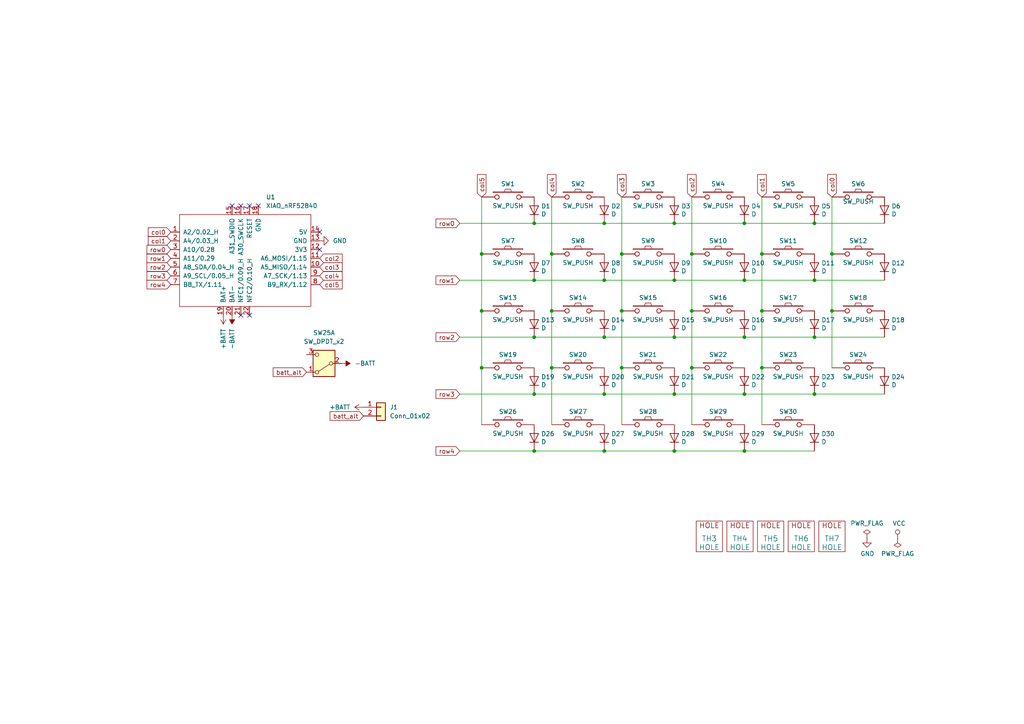
<source format=kicad_sch>
(kicad_sch (version 20230121) (generator eeschema)
  (paper "A4")
  (lib_symbols
    (symbol "Connector_Generic:Conn_01x02" (pin_names (offset 1.016) hide)
      (property "Reference" "J" (at 0 2.54 0))
      (property "Value" "Conn_01x02" (at 0 -5.08 0))
      (symbol "Conn_01x02_1_1"
        (rectangle (start -1.27 -2.413) (end 0 -2.667) (stroke (width 0.1524)))
        (rectangle (start -1.27 0.127) (end 0 -0.127) (stroke (width 0.1524)))
        (rectangle (start -1.27 1.27) (end 1.27 -3.81) (stroke (width 0.254)) (fill (type background)))
        (pin passive line (at -5.08 0 0) (length 3.81) (name "Pin_1") (number "1"))
        (pin passive line (at -5.08 -2.54 0) (length 3.81) (name "Pin_2") (number "2"))
      )
    )
    (symbol "SofleKeyboard-rescue:D-Lily58-cache-Lily58_Pro-rescue" (pin_numbers hide) (pin_names (offset 1.016) hide)
      (property "Reference" "D" (at 0 2.54 0))
      (property "Value" "D-Lily58-cache-Lily58_Pro-rescue" (at 0 -2.54 0))
      (symbol "D-Lily58-cache-Lily58_Pro-rescue_0_1"
        (polyline (pts (xy -1.27 1.27) (xy -1.27 -1.27)) (stroke (width 0.2032)))
        (polyline (pts (xy 1.27 0) (xy -1.27 0)))
        (polyline (pts (xy 1.27 1.27) (xy 1.27 -1.27) (xy -1.27 0) (xy 1.27 1.27)) (stroke (width 0.2032)))
      )
      (symbol "D-Lily58-cache-Lily58_Pro-rescue_1_1"
        (pin passive line (at -3.81 0 0) (length 2.54) (name "K") (number "1"))
        (pin passive line (at 3.81 0 180) (length 2.54) (name "A") (number "2"))
      )
    )
    (symbol "SofleKeyboard-rescue:GND-Lily58-cache-Lily58_Pro-rescue" (power) (pin_names (offset 0))
      (property "Value" "GND-Lily58-cache-Lily58_Pro-rescue" (at 0 -3.81 0))
      (symbol "GND-Lily58-cache-Lily58_Pro-rescue_1_1"
        (polyline (pts (xy 0 0) (xy 0 -1.27) (xy 1.27 -1.27) (xy 0 -2.54) (xy -1.27 -1.27) (xy 0 -1.27)))
        (pin power_in line (at 0 0 0) (length 0) hide (name "GND") (number "1"))
      )
    )
    (symbol "SofleKeyboard-rescue:HOLE-Lily58-cache-Lily58_Pro-rescue" (pin_names (offset 1.016))
      (property "Reference" "U" (at 0 0 0))
      (property "Value" "HOLE-Lily58-cache-Lily58_Pro-rescue" (at 0 -5.08 0))
      (symbol "HOLE-Lily58-cache-Lily58_Pro-rescue_0_0"
        (text "HOLE" (at 0 3.81 0) (effects (font (size 1.524 1.524))))
      )
      (symbol "HOLE-Lily58-cache-Lily58_Pro-rescue_0_1"
        (rectangle (start 3.81 5.08) (end -3.81 -3.81))
      )
    )
    (symbol "SofleKeyboard-rescue:PWR_FLAG-Lily58-cache-Lily58_Pro-rescue" (power) (pin_numbers hide) (pin_names (offset 0) hide)
      (property "Value" "PWR_FLAG-Lily58-cache-Lily58_Pro-rescue" (at 0 3.81 0))
      (symbol "PWR_FLAG-Lily58-cache-Lily58_Pro-rescue_0_0"
        (pin power_out line (at 0 0 90) (length 0) (name "pwr") (number "1"))
      )
      (symbol "PWR_FLAG-Lily58-cache-Lily58_Pro-rescue_0_1"
        (polyline (pts (xy 0 0) (xy 0 1.27) (xy -1.016 1.905) (xy 0 2.54) (xy 1.016 1.905) (xy 0 1.27)))
      )
    )
    (symbol "SofleKeyboard-rescue:SW_PUSH-Lily58-cache-Lily58_Pro-rescue" (pin_numbers hide) (pin_names (offset 1.016) hide)
      (property "Reference" "SW" (at 3.81 2.794 0))
      (property "Value" "SW_PUSH-Lily58-cache-Lily58_Pro-rescue" (at 0 -2.032 0))
      (symbol "SW_PUSH-Lily58-cache-Lily58_Pro-rescue_0_1"
        (rectangle (start -4.318 1.27) (end 4.318 1.524))
        (polyline (pts (xy -1.016 1.524) (xy -0.762 2.286) (xy 0.762 2.286) (xy 1.016 1.524)))
        (pin passive inverted (at -7.62 0 0) (length 5.08) (name "1") (number "1"))
        (pin passive inverted (at 7.62 0 180) (length 5.08) (name "2") (number "2"))
      )
    )
    (symbol "SofleKeyboard-rescue:VCC-Lily58-cache-Lily58_Pro-rescue" (power) (pin_names (offset 0))
      (property "Value" "VCC-Lily58-cache-Lily58_Pro-rescue" (at 0 3.81 0))
      (symbol "VCC-Lily58-cache-Lily58_Pro-rescue_0_1"
        (polyline (pts (xy 0 0) (xy 0 1.27)))
        (circle (center 0 1.905) (radius 0.635))
      )
      (symbol "VCC-Lily58-cache-Lily58_Pro-rescue_1_1"
        (pin power_in line (at 0 0 90) (length 0) hide (name "VCC") (number "1"))
      )
    )
    (symbol "Switch:SW_DPDT_x2" (pin_names (offset 0) hide)
      (property "Reference" "SW" (at 0 5.08 0))
      (property "Value" "SW_DPDT_x2" (at 0 -5.08 0))
      (symbol "SW_DPDT_x2_0_0"
        (circle (center -2.032 0) (radius 0.508))
        (circle (center 2.032 -2.54) (radius 0.508))
      )
      (symbol "SW_DPDT_x2_0_1"
        (rectangle (start -3.175 3.81) (end 3.175 -3.81) (stroke (width 0.254)) (fill (type background)))
        (polyline (pts (xy -1.524 0.254) (xy 1.5748 2.286)))
        (circle (center 2.032 2.54) (radius 0.508))
      )
      (symbol "SW_DPDT_x2_1_1"
        (pin passive line (at 5.08 2.54 180) (length 2.54) (name "A") (number "1"))
        (pin passive line (at -5.08 0 0) (length 2.54) (name "B") (number "2"))
        (pin passive line (at 5.08 -2.54 180) (length 2.54) (name "C") (number "3"))
      )
      (symbol "SW_DPDT_x2_2_1"
        (pin passive line (at 5.08 2.54 180) (length 2.54) (name "A") (number "4"))
        (pin passive line (at -5.08 0 0) (length 2.54) (name "B") (number "5"))
        (pin passive line (at 5.08 -2.54 180) (length 2.54) (name "C") (number "6"))
      )
    )
    (symbol "custom:XIAO_nRF52840" (pin_names (offset 1.016))
      (property "Reference" "U" (at 19.05 13.97 0))
      (property "Value" "XIAO_nRF52840" (at 19.05 -15.24 0))
      (symbol "XIAO_nRF52840_0_1"
        (rectangle (start -19.05 12.7) (end 19.05 -13.97))
      )
      (symbol "XIAO_nRF52840_1_1"
        (pin bidirectional line (at -21.59 7.62 0) (length 2.54) (name "A2/0.02_H") (number "1"))
        (pin bidirectional line (at 21.59 -2.54 180) (length 2.54) (name "A5_MISO/1.14") (number "10"))
        (pin bidirectional line (at 21.59 0 180) (length 2.54) (name "A6_MOSI/1.15") (number "11"))
        (pin power_out line (at 21.59 2.54 180) (length 2.54) (name "3V3") (number "12"))
        (pin power_out line (at 21.59 5.08 180) (length 2.54) (name "GND") (number "13"))
        (pin power_out line (at 21.59 7.62 180) (length 2.54) (name "5V") (number "14"))
        (pin input line (at -3.81 15.24 270) (length 2.54) (name "A31_SWDIO") (number "15"))
        (pin input line (at -1.27 15.24 270) (length 2.54) (name "A30_SWCLK") (number "16"))
        (pin input line (at 1.27 15.24 270) (length 2.54) (name "RESET") (number "17"))
        (pin power_out line (at 3.81 15.24 270) (length 2.54) (name "GND") (number "18"))
        (pin power_in line (at -6.35 -16.51 90) (length 2.54) (name "BAT+") (number "19"))
        (pin bidirectional line (at -21.59 5.08 0) (length 2.54) (name "A4/0.03_H") (number "2"))
        (pin power_in line (at -3.81 -16.51 90) (length 2.54) (name "BAT-") (number "20"))
        (pin bidirectional line (at -1.27 -16.51 90) (length 2.54) (name "NFC1/0.09_H") (number "21"))
        (pin bidirectional line (at 1.27 -16.51 90) (length 2.54) (name "NFC2/0.10_H") (number "22"))
        (pin bidirectional line (at -21.59 2.54 0) (length 2.54) (name "A10/0.28") (number "3"))
        (pin bidirectional line (at -21.59 0 0) (length 2.54) (name "A11/0.29") (number "4"))
        (pin bidirectional line (at -21.59 -2.54 0) (length 2.54) (name "A8_SDA/0.04_H") (number "5"))
        (pin bidirectional line (at -21.59 -5.08 0) (length 2.54) (name "A9_SCL/0.05_H") (number "6"))
        (pin bidirectional line (at -21.59 -7.62 0) (length 2.54) (name "B8_TX/1.11") (number "7"))
        (pin bidirectional line (at 21.59 -7.62 180) (length 2.54) (name "B9_RX/1.12") (number "8"))
        (pin bidirectional line (at 21.59 -5.08 180) (length 2.54) (name "A7_SCK/1.13") (number "9"))
      )
    )
    (symbol "power:+BATT" (power) (pin_names (offset 0))
      (property "Value" "+BATT" (at 0 3.556 0))
      (symbol "+BATT_0_1"
        (polyline (pts (xy -0.762 1.27) (xy 0 2.54)))
        (polyline (pts (xy 0 0) (xy 0 2.54)))
        (polyline (pts (xy 0 2.54) (xy 0.762 1.27)))
      )
      (symbol "+BATT_1_1"
        (pin power_in line (at 0 0 90) (length 0) hide (name "+BATT") (number "1"))
      )
    )
    (symbol "power:-BATT" (power) (pin_names (offset 0))
      (property "Value" "-BATT" (at 0 3.556 0))
      (symbol "-BATT_0_1"
        (polyline (pts (xy 0 0) (xy 0 2.54)))
        (polyline (pts (xy 0.762 1.27) (xy -0.762 1.27) (xy 0 2.54) (xy 0.762 1.27)) (fill (type outline)))
      )
      (symbol "-BATT_1_1"
        (pin power_in line (at 0 0 90) (length 0) hide (name "-BATT") (number "1"))
      )
    )
    (symbol "power:GND" (power) (pin_names (offset 0))
      (property "Value" "GND" (at 0 -3.81 0))
      (symbol "GND_0_1"
        (polyline (pts (xy 0 0) (xy 0 -1.27) (xy 1.27 -1.27) (xy 0 -2.54) (xy -1.27 -1.27) (xy 0 -1.27)))
      )
      (symbol "GND_1_1"
        (pin power_in line (at 0 0 270) (length 0) hide (name "GND") (number "1"))
      )
    )
  )
  (junction (at 241.3 73.66))
  (junction (at 215.9 81.28))
  (junction (at 180.34 106.68))
  (junction (at 154.94 64.77))
  (junction (at 236.22 64.77))
  (junction (at 241.3 90.17))
  (junction (at 195.58 81.28))
  (junction (at 236.22 81.28))
  (junction (at 215.9 130.81))
  (junction (at 154.94 114.3))
  (junction (at 175.26 64.77))
  (junction (at 139.7 90.17))
  (junction (at 236.22 114.3))
  (junction (at 180.34 73.66))
  (junction (at 154.94 97.79))
  (junction (at 139.7 73.66))
  (junction (at 154.94 81.28))
  (junction (at 139.7 106.68))
  (junction (at 175.26 130.81))
  (junction (at 215.9 64.77))
  (junction (at 220.98 106.68))
  (junction (at 154.94 130.81))
  (junction (at 160.02 73.66))
  (junction (at 200.66 73.66))
  (junction (at 236.22 97.79))
  (junction (at 175.26 81.28))
  (junction (at 195.58 64.77))
  (junction (at 195.58 97.79))
  (junction (at 195.58 130.81))
  (junction (at 200.66 90.17))
  (junction (at 175.26 97.79))
  (junction (at 200.66 106.68))
  (junction (at 175.26 114.3))
  (junction (at 215.9 97.79))
  (junction (at 220.98 73.66))
  (junction (at 160.02 106.68))
  (junction (at 195.58 114.3))
  (junction (at 215.9 114.3))
  (junction (at 180.34 90.17))
  (junction (at 160.02 90.17))
  (junction (at 220.98 90.17))
  (no_connect (at 74.93 59.69))
  (no_connect (at 69.85 91.44))
  (no_connect (at 69.85 59.69))
  (no_connect (at 92.71 67.31))
  (no_connect (at 92.71 72.39))
  (no_connect (at 72.39 91.44))
  (no_connect (at 72.39 59.69))
  (no_connect (at 67.31 59.69))
  (wire (pts (xy 175.26 97.79) (xy 154.94 97.79)))
  (wire (pts (xy 215.9 114.3) (xy 236.22 114.3)))
  (wire (pts (xy 154.94 64.77) (xy 133.35 64.77)))
  (wire (pts (xy 241.3 73.66) (xy 241.3 57.15)))
  (wire (pts (xy 195.58 130.81) (xy 215.9 130.81)))
  (wire (pts (xy 175.26 81.28) (xy 195.58 81.28)))
  (wire (pts (xy 175.26 81.28) (xy 154.94 81.28)))
  (wire (pts (xy 215.9 97.79) (xy 236.22 97.79)))
  (wire (pts (xy 160.02 73.66) (xy 160.02 90.17)))
  (wire (pts (xy 175.26 114.3) (xy 154.94 114.3)))
  (wire (pts (xy 160.02 57.15) (xy 160.02 73.66)))
  (wire (pts (xy 160.02 106.68) (xy 160.02 123.19)))
  (wire (pts (xy 195.58 114.3) (xy 215.9 114.3)))
  (wire (pts (xy 220.98 106.68) (xy 220.98 90.17)))
  (wire (pts (xy 154.94 130.81) (xy 175.26 130.81)))
  (wire (pts (xy 200.66 90.17) (xy 200.66 106.68)))
  (wire (pts (xy 175.26 97.79) (xy 195.58 97.79)))
  (wire (pts (xy 139.7 90.17) (xy 139.7 106.68)))
  (wire (pts (xy 236.22 81.28) (xy 256.54 81.28)))
  (wire (pts (xy 215.9 81.28) (xy 236.22 81.28)))
  (wire (pts (xy 236.22 64.77) (xy 256.54 64.77)))
  (wire (pts (xy 139.7 57.15) (xy 139.7 73.66)))
  (wire (pts (xy 200.66 73.66) (xy 200.66 90.17)))
  (wire (pts (xy 195.58 64.77) (xy 215.9 64.77)))
  (wire (pts (xy 154.94 114.3) (xy 133.35 114.3)))
  (wire (pts (xy 220.98 106.68) (xy 220.98 123.19)))
  (wire (pts (xy 241.3 90.17) (xy 241.3 106.68)))
  (wire (pts (xy 175.26 64.77) (xy 154.94 64.77)))
  (wire (pts (xy 175.26 64.77) (xy 195.58 64.77)))
  (wire (pts (xy 180.34 57.15) (xy 180.34 73.66)))
  (wire (pts (xy 180.34 90.17) (xy 180.34 106.68)))
  (wire (pts (xy 180.34 73.66) (xy 180.34 90.17)))
  (wire (pts (xy 154.94 97.79) (xy 133.35 97.79)))
  (wire (pts (xy 236.22 114.3) (xy 256.54 114.3)))
  (wire (pts (xy 241.3 90.17) (xy 241.3 73.66)))
  (wire (pts (xy 154.94 81.28) (xy 133.35 81.28)))
  (wire (pts (xy 139.7 73.66) (xy 139.7 90.17)))
  (wire (pts (xy 236.22 64.77) (xy 215.9 64.77)))
  (wire (pts (xy 236.22 97.79) (xy 256.54 97.79)))
  (wire (pts (xy 220.98 57.15) (xy 220.98 73.66)))
  (wire (pts (xy 139.7 106.68) (xy 139.7 123.19)))
  (wire (pts (xy 195.58 81.28) (xy 215.9 81.28)))
  (wire (pts (xy 180.34 106.68) (xy 180.34 123.19)))
  (wire (pts (xy 175.26 114.3) (xy 195.58 114.3)))
  (wire (pts (xy 200.66 57.15) (xy 200.66 73.66)))
  (wire (pts (xy 215.9 130.81) (xy 236.22 130.81)))
  (wire (pts (xy 195.58 97.79) (xy 215.9 97.79)))
  (wire (pts (xy 133.35 130.81) (xy 154.94 130.81)))
  (wire (pts (xy 220.98 73.66) (xy 220.98 90.17)))
  (wire (pts (xy 160.02 90.17) (xy 160.02 106.68)))
  (wire (pts (xy 200.66 106.68) (xy 200.66 123.19)))
  (wire (pts (xy 175.26 130.81) (xy 195.58 130.81)))
  (global_label "row1" (shape input) (at 49.53 74.93 180) (property "Intersheetrefs" "${INTERSHEET_REFS}" (effects hide)))
  (global_label "row0" (shape input) (at 133.35 64.77 180) (property "Intersheetrefs" "${INTERSHEET_REFS}" (effects hide)))
  (global_label "row4" (shape input) (at 49.53 82.55 180) (property "Intersheetrefs" "${INTERSHEET_REFS}" (effects hide)))
  (global_label "col1" (shape input) (at 49.53 69.85 180) (property "Intersheetrefs" "${INTERSHEET_REFS}" (effects hide)))
  (global_label "row2" (shape input) (at 49.53 77.47 180) (property "Intersheetrefs" "${INTERSHEET_REFS}" (effects hide)))
  (global_label "col5" (shape input) (at 92.71 82.55 0) (property "Intersheetrefs" "${INTERSHEET_REFS}" (effects hide)))
  (global_label "col5" (shape input) (at 139.7 57.15 90) (property "Intersheetrefs" "${INTERSHEET_REFS}" (effects hide)))
  (global_label "row2" (shape input) (at 133.35 97.79 180) (property "Intersheetrefs" "${INTERSHEET_REFS}" (effects hide)))
  (global_label "batt_alt" (shape input) (at 105.41 120.65 180) (property "Intersheetrefs" "${INTERSHEET_REFS}" (effects hide)))
  (global_label "row3" (shape input) (at 49.53 80.01 180) (property "Intersheetrefs" "${INTERSHEET_REFS}" (effects hide)))
  (global_label "row4" (shape input) (at 133.35 130.81 180) (property "Intersheetrefs" "${INTERSHEET_REFS}" (effects hide)))
  (global_label "col4" (shape input) (at 92.71 80.01 0) (property "Intersheetrefs" "${INTERSHEET_REFS}" (effects hide)))
  (global_label "col4" (shape input) (at 160.02 57.15 90) (property "Intersheetrefs" "${INTERSHEET_REFS}" (effects hide)))
  (global_label "col0" (shape input) (at 241.3 57.15 90) (property "Intersheetrefs" "${INTERSHEET_REFS}" (effects hide)))
  (global_label "row0" (shape input) (at 49.53 72.39 180) (property "Intersheetrefs" "${INTERSHEET_REFS}" (effects hide)))
  (global_label "col0" (shape input) (at 49.53 67.31 180) (property "Intersheetrefs" "${INTERSHEET_REFS}" (effects hide)))
  (global_label "row1" (shape input) (at 133.35 81.28 180) (property "Intersheetrefs" "${INTERSHEET_REFS}" (effects hide)))
  (global_label "col1" (shape input) (at 220.98 57.15 90) (property "Intersheetrefs" "${INTERSHEET_REFS}" (effects hide)))
  (global_label "col2" (shape input) (at 200.66 57.15 90) (property "Intersheetrefs" "${INTERSHEET_REFS}" (effects hide)))
  (global_label "batt_alt" (shape input) (at 88.9 107.95 180) (property "Intersheetrefs" "${INTERSHEET_REFS}" (effects hide)))
  (global_label "col3" (shape input) (at 92.71 77.47 0) (property "Intersheetrefs" "${INTERSHEET_REFS}" (effects hide)))
  (global_label "col3" (shape input) (at 180.34 57.15 90) (property "Intersheetrefs" "${INTERSHEET_REFS}" (effects hide)))
  (global_label "row3" (shape input) (at 133.35 114.3 180) (property "Intersheetrefs" "${INTERSHEET_REFS}" (effects hide)))
  (global_label "col2" (shape input) (at 92.71 74.93 0) (property "Intersheetrefs" "${INTERSHEET_REFS}" (effects hide)))
  (symbol (lib_id "SofleKeyboard-rescue:SW_PUSH-Lily58-cache-Lily58_Pro-rescue") (at 147.32 123.19 0) (unit 1)
    (property "Reference" "SW26" (at 147.32 119.38 0))
    (property "Value" "SW_PUSH" (at 147.32 125.73 0))
    (property "Footprint" "SofleKeyboard-footprint:CherryMX_Hotswap_1.5" (effects hide))
  )
  (symbol (lib_id "SofleKeyboard-rescue:SW_PUSH-Lily58-cache-Lily58_Pro-rescue") (at 147.32 57.15 0) (unit 1)
    (property "Reference" "SW1" (at 147.32 53.34 0))
    (property "Value" "SW_PUSH" (at 147.32 59.69 0))
    (property "Footprint" "SofleKeyboard-footprint:CherryMX_Hotswap" (effects hide))
  )
  (symbol (lib_id "SofleKeyboard-rescue:D-Lily58-cache-Lily58_Pro-rescue") (at 154.94 60.96 90) (unit 1)
    (property "Reference" "D1" (at 156.9466 59.7916 90) (effects (justify right)))
    (property "Value" "D" (at 156.9466 62.103 90) (effects (justify right)))
    (property "Footprint" "custom:D_SOD-123_flip" (effects hide))
  )
  (symbol (lib_id "SofleKeyboard-rescue:SW_PUSH-Lily58-cache-Lily58_Pro-rescue") (at 167.64 57.15 0) (unit 1)
    (property "Reference" "SW2" (at 167.64 53.34 0))
    (property "Value" "SW_PUSH" (at 167.64 59.69 0))
    (property "Footprint" "SofleKeyboard-footprint:CherryMX_Hotswap" (effects hide))
  )
  (symbol (lib_id "SofleKeyboard-rescue:D-Lily58-cache-Lily58_Pro-rescue") (at 175.26 60.96 90) (unit 1)
    (property "Reference" "D2" (at 177.2666 59.7916 90) (effects (justify right)))
    (property "Value" "D" (at 177.2666 62.103 90) (effects (justify right)))
    (property "Footprint" "custom:D_SOD-123_flip" (effects hide))
  )
  (symbol (lib_id "SofleKeyboard-rescue:SW_PUSH-Lily58-cache-Lily58_Pro-rescue") (at 187.96 57.15 0) (unit 1)
    (property "Reference" "SW3" (at 187.96 53.34 0))
    (property "Value" "SW_PUSH" (at 187.96 59.69 0))
    (property "Footprint" "SofleKeyboard-footprint:CherryMX_Hotswap" (effects hide))
  )
  (symbol (lib_id "SofleKeyboard-rescue:D-Lily58-cache-Lily58_Pro-rescue") (at 195.58 60.96 90) (unit 1)
    (property "Reference" "D3" (at 197.5866 59.7916 90) (effects (justify right)))
    (property "Value" "D" (at 197.5866 62.103 90) (effects (justify right)))
    (property "Footprint" "custom:D_SOD-123_flip" (effects hide))
  )
  (symbol (lib_id "SofleKeyboard-rescue:SW_PUSH-Lily58-cache-Lily58_Pro-rescue") (at 208.28 57.15 0) (unit 1)
    (property "Reference" "SW4" (at 208.28 53.34 0))
    (property "Value" "SW_PUSH" (at 208.28 59.69 0))
    (property "Footprint" "SofleKeyboard-footprint:CherryMX_Hotswap" (effects hide))
  )
  (symbol (lib_id "SofleKeyboard-rescue:D-Lily58-cache-Lily58_Pro-rescue") (at 215.9 60.96 90) (unit 1)
    (property "Reference" "D4" (at 217.9066 59.7916 90) (effects (justify right)))
    (property "Value" "D" (at 217.9066 62.103 90) (effects (justify right)))
    (property "Footprint" "custom:D_SOD-123_flip" (effects hide))
  )
  (symbol (lib_id "SofleKeyboard-rescue:SW_PUSH-Lily58-cache-Lily58_Pro-rescue") (at 228.6 57.15 0) (unit 1)
    (property "Reference" "SW5" (at 228.6 53.34 0))
    (property "Value" "SW_PUSH" (at 228.6 59.69 0))
    (property "Footprint" "SofleKeyboard-footprint:CherryMX_Hotswap" (effects hide))
  )
  (symbol (lib_id "SofleKeyboard-rescue:D-Lily58-cache-Lily58_Pro-rescue") (at 236.22 60.96 90) (unit 1)
    (property "Reference" "D5" (at 238.2266 59.7916 90) (effects (justify right)))
    (property "Value" "D" (at 238.2266 62.103 90) (effects (justify right)))
    (property "Footprint" "custom:D_SOD-123_flip" (effects hide))
  )
  (symbol (lib_id "SofleKeyboard-rescue:SW_PUSH-Lily58-cache-Lily58_Pro-rescue") (at 248.92 57.15 0) (unit 1)
    (property "Reference" "SW6" (at 248.92 53.34 0))
    (property "Value" "SW_PUSH" (at 248.92 58.42 0))
    (property "Footprint" "SofleKeyboard-footprint:CherryMX_Hotswap" (effects hide))
  )
  (symbol (lib_id "SofleKeyboard-rescue:D-Lily58-cache-Lily58_Pro-rescue") (at 256.54 60.96 90) (unit 1)
    (property "Reference" "D6" (at 258.5466 59.7916 90) (effects (justify right)))
    (property "Value" "D" (at 258.5466 62.103 90) (effects (justify right)))
    (property "Footprint" "custom:D_SOD-123_flip" (effects hide))
  )
  (symbol (lib_id "SofleKeyboard-rescue:SW_PUSH-Lily58-cache-Lily58_Pro-rescue") (at 167.64 73.66 0) (unit 1)
    (property "Reference" "SW8" (at 167.64 69.85 0))
    (property "Value" "SW_PUSH" (at 167.64 76.2 0))
    (property "Footprint" "SofleKeyboard-footprint:CherryMX_Hotswap" (effects hide))
  )
  (symbol (lib_id "SofleKeyboard-rescue:SW_PUSH-Lily58-cache-Lily58_Pro-rescue") (at 187.96 73.66 0) (unit 1)
    (property "Reference" "SW9" (at 187.96 69.85 0))
    (property "Value" "SW_PUSH" (at 187.96 76.2 0))
    (property "Footprint" "SofleKeyboard-footprint:CherryMX_Hotswap" (effects hide))
  )
  (symbol (lib_id "SofleKeyboard-rescue:SW_PUSH-Lily58-cache-Lily58_Pro-rescue") (at 208.28 73.66 0) (unit 1)
    (property "Reference" "SW10" (at 208.28 69.85 0))
    (property "Value" "SW_PUSH" (at 208.28 76.2 0))
    (property "Footprint" "SofleKeyboard-footprint:CherryMX_Hotswap" (effects hide))
  )
  (symbol (lib_id "SofleKeyboard-rescue:SW_PUSH-Lily58-cache-Lily58_Pro-rescue") (at 228.6 73.66 0) (unit 1)
    (property "Reference" "SW11" (at 228.6 69.85 0))
    (property "Value" "SW_PUSH" (at 228.6 76.2 0))
    (property "Footprint" "SofleKeyboard-footprint:CherryMX_Hotswap" (effects hide))
  )
  (symbol (lib_id "SofleKeyboard-rescue:SW_PUSH-Lily58-cache-Lily58_Pro-rescue") (at 248.92 73.66 0) (unit 1)
    (property "Reference" "SW12" (at 248.92 69.85 0))
    (property "Value" "SW_PUSH" (at 248.92 76.2 0))
    (property "Footprint" "SofleKeyboard-footprint:CherryMX_Hotswap" (effects hide))
  )
  (symbol (lib_id "SofleKeyboard-rescue:SW_PUSH-Lily58-cache-Lily58_Pro-rescue") (at 147.32 73.66 0) (unit 1)
    (property "Reference" "SW7" (at 147.32 69.85 0))
    (property "Value" "SW_PUSH" (at 147.32 76.2 0))
    (property "Footprint" "SofleKeyboard-footprint:CherryMX_Hotswap" (effects hide))
  )
  (symbol (lib_id "SofleKeyboard-rescue:D-Lily58-cache-Lily58_Pro-rescue") (at 154.94 77.47 90) (unit 1)
    (property "Reference" "D7" (at 156.9466 76.3016 90) (effects (justify right)))
    (property "Value" "D" (at 156.9466 78.613 90) (effects (justify right)))
    (property "Footprint" "custom:D_SOD-123_flip" (effects hide))
  )
  (symbol (lib_id "SofleKeyboard-rescue:D-Lily58-cache-Lily58_Pro-rescue") (at 175.26 77.47 90) (unit 1)
    (property "Reference" "D8" (at 177.2666 76.3016 90) (effects (justify right)))
    (property "Value" "D" (at 177.2666 78.613 90) (effects (justify right)))
    (property "Footprint" "custom:D_SOD-123_flip" (effects hide))
  )
  (symbol (lib_id "SofleKeyboard-rescue:D-Lily58-cache-Lily58_Pro-rescue") (at 195.58 77.47 90) (unit 1)
    (property "Reference" "D9" (at 197.5866 76.3016 90) (effects (justify right)))
    (property "Value" "D" (at 197.5866 78.613 90) (effects (justify right)))
    (property "Footprint" "custom:D_SOD-123_flip" (effects hide))
  )
  (symbol (lib_id "SofleKeyboard-rescue:D-Lily58-cache-Lily58_Pro-rescue") (at 215.9 77.47 90) (unit 1)
    (property "Reference" "D10" (at 217.9066 76.3016 90) (effects (justify right)))
    (property "Value" "D" (at 217.9066 78.613 90) (effects (justify right)))
    (property "Footprint" "custom:D_SOD-123_flip" (effects hide))
  )
  (symbol (lib_id "SofleKeyboard-rescue:D-Lily58-cache-Lily58_Pro-rescue") (at 236.22 77.47 90) (unit 1)
    (property "Reference" "D11" (at 238.2266 76.3016 90) (effects (justify right)))
    (property "Value" "D" (at 238.2266 78.613 90) (effects (justify right)))
    (property "Footprint" "custom:D_SOD-123_flip" (effects hide))
  )
  (symbol (lib_id "SofleKeyboard-rescue:D-Lily58-cache-Lily58_Pro-rescue") (at 256.54 77.47 90) (unit 1)
    (property "Reference" "D12" (at 258.5466 76.3016 90) (effects (justify right)))
    (property "Value" "D" (at 258.5466 78.613 90) (effects (justify right)))
    (property "Footprint" "custom:D_SOD-123_flip" (effects hide))
  )
  (symbol (lib_id "SofleKeyboard-rescue:SW_PUSH-Lily58-cache-Lily58_Pro-rescue") (at 147.32 90.17 0) (unit 1)
    (property "Reference" "SW13" (at 147.32 86.36 0))
    (property "Value" "SW_PUSH" (at 147.32 92.71 0))
    (property "Footprint" "SofleKeyboard-footprint:CherryMX_Hotswap" (effects hide))
  )
  (symbol (lib_id "SofleKeyboard-rescue:SW_PUSH-Lily58-cache-Lily58_Pro-rescue") (at 167.64 90.17 0) (unit 1)
    (property "Reference" "SW14" (at 167.64 86.36 0))
    (property "Value" "SW_PUSH" (at 167.64 92.71 0))
    (property "Footprint" "SofleKeyboard-footprint:CherryMX_Hotswap" (effects hide))
  )
  (symbol (lib_id "SofleKeyboard-rescue:SW_PUSH-Lily58-cache-Lily58_Pro-rescue") (at 187.96 90.17 0) (unit 1)
    (property "Reference" "SW15" (at 187.96 86.36 0))
    (property "Value" "SW_PUSH" (at 187.96 92.71 0))
    (property "Footprint" "SofleKeyboard-footprint:CherryMX_Hotswap" (effects hide))
  )
  (symbol (lib_id "SofleKeyboard-rescue:SW_PUSH-Lily58-cache-Lily58_Pro-rescue") (at 208.28 90.17 0) (unit 1)
    (property "Reference" "SW16" (at 208.28 86.36 0))
    (property "Value" "SW_PUSH" (at 208.28 92.71 0))
    (property "Footprint" "SofleKeyboard-footprint:CherryMX_Hotswap" (effects hide))
  )
  (symbol (lib_id "SofleKeyboard-rescue:SW_PUSH-Lily58-cache-Lily58_Pro-rescue") (at 228.6 90.17 0) (unit 1)
    (property "Reference" "SW17" (at 228.6 86.36 0))
    (property "Value" "SW_PUSH" (at 228.6 92.71 0))
    (property "Footprint" "SofleKeyboard-footprint:CherryMX_Hotswap" (effects hide))
  )
  (symbol (lib_id "SofleKeyboard-rescue:SW_PUSH-Lily58-cache-Lily58_Pro-rescue") (at 248.92 90.17 0) (unit 1)
    (property "Reference" "SW18" (at 248.92 86.36 0))
    (property "Value" "SW_PUSH" (at 248.92 92.71 0))
    (property "Footprint" "SofleKeyboard-footprint:CherryMX_Hotswap" (effects hide))
  )
  (symbol (lib_id "SofleKeyboard-rescue:D-Lily58-cache-Lily58_Pro-rescue") (at 154.94 93.98 90) (unit 1)
    (property "Reference" "D13" (at 156.9466 92.8116 90) (effects (justify right)))
    (property "Value" "D" (at 156.9466 95.123 90) (effects (justify right)))
    (property "Footprint" "custom:D_SOD-123_flip" (effects hide))
  )
  (symbol (lib_id "SofleKeyboard-rescue:D-Lily58-cache-Lily58_Pro-rescue") (at 175.26 93.98 90) (unit 1)
    (property "Reference" "D14" (at 177.2666 92.8116 90) (effects (justify right)))
    (property "Value" "D" (at 177.2666 95.123 90) (effects (justify right)))
    (property "Footprint" "custom:D_SOD-123_flip" (effects hide))
  )
  (symbol (lib_id "SofleKeyboard-rescue:D-Lily58-cache-Lily58_Pro-rescue") (at 195.58 93.98 90) (unit 1)
    (property "Reference" "D15" (at 197.5866 92.8116 90) (effects (justify right)))
    (property "Value" "D" (at 197.5866 95.123 90) (effects (justify right)))
    (property "Footprint" "custom:D_SOD-123_flip" (effects hide))
  )
  (symbol (lib_id "SofleKeyboard-rescue:D-Lily58-cache-Lily58_Pro-rescue") (at 215.9 93.98 90) (unit 1)
    (property "Reference" "D16" (at 217.9066 92.8116 90) (effects (justify right)))
    (property "Value" "D" (at 217.9066 95.123 90) (effects (justify right)))
    (property "Footprint" "custom:D_SOD-123_flip" (effects hide))
  )
  (symbol (lib_id "SofleKeyboard-rescue:D-Lily58-cache-Lily58_Pro-rescue") (at 236.22 93.98 90) (unit 1)
    (property "Reference" "D17" (at 238.2266 92.8116 90) (effects (justify right)))
    (property "Value" "D" (at 238.2266 95.123 90) (effects (justify right)))
    (property "Footprint" "custom:D_SOD-123_flip" (effects hide))
  )
  (symbol (lib_id "SofleKeyboard-rescue:D-Lily58-cache-Lily58_Pro-rescue") (at 256.54 93.98 90) (unit 1)
    (property "Reference" "D18" (at 258.5466 92.8116 90) (effects (justify right)))
    (property "Value" "D" (at 258.5466 95.123 90) (effects (justify right)))
    (property "Footprint" "custom:D_SOD-123_flip" (effects hide))
  )
  (symbol (lib_id "SofleKeyboard-rescue:SW_PUSH-Lily58-cache-Lily58_Pro-rescue") (at 187.96 106.68 0) (unit 1)
    (property "Reference" "SW21" (at 187.96 102.87 0))
    (property "Value" "SW_PUSH" (at 187.96 109.22 0))
    (property "Footprint" "SofleKeyboard-footprint:CherryMX_Hotswap" (effects hide))
  )
  (symbol (lib_id "SofleKeyboard-rescue:SW_PUSH-Lily58-cache-Lily58_Pro-rescue") (at 208.28 106.68 0) (unit 1)
    (property "Reference" "SW22" (at 208.28 102.87 0))
    (property "Value" "SW_PUSH" (at 208.28 109.22 0))
    (property "Footprint" "SofleKeyboard-footprint:CherryMX_Hotswap" (effects hide))
  )
  (symbol (lib_id "SofleKeyboard-rescue:SW_PUSH-Lily58-cache-Lily58_Pro-rescue") (at 228.6 106.68 0) (unit 1)
    (property "Reference" "SW23" (at 228.6 102.87 0))
    (property "Value" "SW_PUSH" (at 228.6 109.22 0))
    (property "Footprint" "SofleKeyboard-footprint:CherryMX_Hotswap" (effects hide))
  )
  (symbol (lib_id "SofleKeyboard-rescue:SW_PUSH-Lily58-cache-Lily58_Pro-rescue") (at 248.92 106.68 0) (unit 1)
    (property "Reference" "SW24" (at 248.92 102.87 0))
    (property "Value" "SW_PUSH" (at 248.92 109.22 0))
    (property "Footprint" "SofleKeyboard-footprint:CherryMX_Hotswap" (effects hide))
  )
  (symbol (lib_id "SofleKeyboard-rescue:SW_PUSH-Lily58-cache-Lily58_Pro-rescue") (at 167.64 106.68 0) (unit 1)
    (property "Reference" "SW20" (at 167.64 102.87 0))
    (property "Value" "SW_PUSH" (at 167.64 109.22 0))
    (property "Footprint" "SofleKeyboard-footprint:CherryMX_Hotswap" (effects hide))
  )
  (symbol (lib_id "SofleKeyboard-rescue:SW_PUSH-Lily58-cache-Lily58_Pro-rescue") (at 147.32 106.68 0) (unit 1)
    (property "Reference" "SW19" (at 147.32 102.87 0))
    (property "Value" "SW_PUSH" (at 147.32 109.22 0))
    (property "Footprint" "SofleKeyboard-footprint:CherryMX_Hotswap" (effects hide))
  )
  (symbol (lib_id "SofleKeyboard-rescue:D-Lily58-cache-Lily58_Pro-rescue") (at 154.94 110.49 90) (unit 1)
    (property "Reference" "D19" (at 156.9466 109.3216 90) (effects (justify right)))
    (property "Value" "D" (at 156.9466 111.633 90) (effects (justify right)))
    (property "Footprint" "custom:D_SOD-123_flip" (effects hide))
  )
  (symbol (lib_id "SofleKeyboard-rescue:D-Lily58-cache-Lily58_Pro-rescue") (at 175.26 110.49 90) (unit 1)
    (property "Reference" "D20" (at 177.2666 109.3216 90) (effects (justify right)))
    (property "Value" "D" (at 177.2666 111.633 90) (effects (justify right)))
    (property "Footprint" "custom:D_SOD-123_flip" (effects hide))
  )
  (symbol (lib_id "SofleKeyboard-rescue:D-Lily58-cache-Lily58_Pro-rescue") (at 195.58 110.49 90) (unit 1)
    (property "Reference" "D21" (at 197.5866 109.3216 90) (effects (justify right)))
    (property "Value" "D" (at 197.5866 111.633 90) (effects (justify right)))
    (property "Footprint" "custom:D_SOD-123_flip" (effects hide))
  )
  (symbol (lib_id "SofleKeyboard-rescue:D-Lily58-cache-Lily58_Pro-rescue") (at 215.9 110.49 90) (unit 1)
    (property "Reference" "D22" (at 217.9066 109.3216 90) (effects (justify right)))
    (property "Value" "D" (at 217.9066 111.633 90) (effects (justify right)))
    (property "Footprint" "custom:D_SOD-123_flip" (effects hide))
  )
  (symbol (lib_id "SofleKeyboard-rescue:D-Lily58-cache-Lily58_Pro-rescue") (at 236.22 110.49 90) (unit 1)
    (property "Reference" "D23" (at 238.2266 109.3216 90) (effects (justify right)))
    (property "Value" "D" (at 238.2266 111.633 90) (effects (justify right)))
    (property "Footprint" "custom:D_SOD-123_flip" (effects hide))
  )
  (symbol (lib_id "SofleKeyboard-rescue:D-Lily58-cache-Lily58_Pro-rescue") (at 256.54 110.49 90) (unit 1)
    (property "Reference" "D24" (at 258.5466 109.3216 90) (effects (justify right)))
    (property "Value" "D" (at 258.5466 111.633 90) (effects (justify right)))
    (property "Footprint" "custom:D_SOD-123_flip" (effects hide))
  )
  (symbol (lib_id "SofleKeyboard-rescue:SW_PUSH-Lily58-cache-Lily58_Pro-rescue") (at 167.64 123.19 0) (unit 1)
    (property "Reference" "SW27" (at 167.64 119.38 0))
    (property "Value" "SW_PUSH" (at 167.64 125.73 0))
    (property "Footprint" "SofleKeyboard-footprint:CherryMX_Hotswap" (effects hide))
  )
  (symbol (lib_id "SofleKeyboard-rescue:SW_PUSH-Lily58-cache-Lily58_Pro-rescue") (at 187.96 123.19 0) (unit 1)
    (property "Reference" "SW28" (at 187.96 119.38 0))
    (property "Value" "SW_PUSH" (at 187.96 125.73 0))
    (property "Footprint" "SofleKeyboard-footprint:CherryMX_Hotswap" (effects hide))
  )
  (symbol (lib_id "SofleKeyboard-rescue:SW_PUSH-Lily58-cache-Lily58_Pro-rescue") (at 208.28 123.19 0) (unit 1)
    (property "Reference" "SW29" (at 208.28 119.38 0))
    (property "Value" "SW_PUSH" (at 208.28 125.73 0))
    (property "Footprint" "SofleKeyboard-footprint:CherryMX_Hotswap" (effects hide))
  )
  (symbol (lib_id "SofleKeyboard-rescue:D-Lily58-cache-Lily58_Pro-rescue") (at 154.94 127 90) (unit 1)
    (property "Reference" "D26" (at 156.9466 125.8316 90) (effects (justify right)))
    (property "Value" "D" (at 156.9466 128.143 90) (effects (justify right)))
    (property "Footprint" "custom:D_SOD-123_flip" (effects hide))
  )
  (symbol (lib_id "SofleKeyboard-rescue:D-Lily58-cache-Lily58_Pro-rescue") (at 175.26 127 90) (unit 1)
    (property "Reference" "D27" (at 177.2666 125.8316 90) (effects (justify right)))
    (property "Value" "D" (at 177.2666 128.143 90) (effects (justify right)))
    (property "Footprint" "custom:D_SOD-123_flip" (effects hide))
  )
  (symbol (lib_id "SofleKeyboard-rescue:D-Lily58-cache-Lily58_Pro-rescue") (at 195.58 127 90) (unit 1)
    (property "Reference" "D28" (at 197.5866 125.8316 90) (effects (justify right)))
    (property "Value" "D" (at 197.5866 128.143 90) (effects (justify right)))
    (property "Footprint" "custom:D_SOD-123_flip" (effects hide))
  )
  (symbol (lib_id "SofleKeyboard-rescue:D-Lily58-cache-Lily58_Pro-rescue") (at 215.9 127 90) (unit 1)
    (property "Reference" "D29" (at 217.9066 125.8316 90) (effects (justify right)))
    (property "Value" "D" (at 217.9066 128.143 90) (effects (justify right)))
    (property "Footprint" "custom:D_SOD-123_flip" (effects hide))
  )
  (symbol (lib_id "SofleKeyboard-rescue:PWR_FLAG-Lily58-cache-Lily58_Pro-rescue") (at 251.46 156.21 0) (unit 1)
    (property "Reference" "#FLG01" (effects hide))
    (property "Value" "PWR_FLAG" (at 251.46 151.7904 0))
  )
  (symbol (lib_id "SofleKeyboard-rescue:GND-Lily58-cache-Lily58_Pro-rescue") (at 251.46 156.21 0) (unit 1)
    (property "Reference" "#PWR012" (effects hide))
    (property "Value" "GND" (at 251.587 160.6042 0))
  )
  (symbol (lib_id "SofleKeyboard-rescue:VCC-Lily58-cache-Lily58_Pro-rescue") (at 260.35 156.21 0) (unit 1)
    (property "Reference" "#PWR013" (effects hide))
    (property "Value" "VCC" (at 260.7818 151.8158 0))
  )
  (symbol (lib_id "SofleKeyboard-rescue:PWR_FLAG-Lily58-cache-Lily58_Pro-rescue") (at 260.35 156.21 180) (unit 1)
    (property "Reference" "#FLG02" (effects hide))
    (property "Value" "PWR_FLAG" (at 260.35 160.6042 0))
  )
  (symbol (lib_id "SofleKeyboard-rescue:HOLE-Lily58-cache-Lily58_Pro-rescue") (at 214.63 156.21 0) (unit 1)
    (property "Reference" "TH4" (at 214.63 156.21 0) (effects (font (size 1.524 1.524))))
    (property "Value" "HOLE" (at 214.63 158.75 0) (effects (font (size 1.524 1.524))))
    (property "Footprint" "SofleKeyboard-footprint:HOLE_M2_TH" (effects hide))
  )
  (symbol (lib_id "SofleKeyboard-rescue:HOLE-Lily58-cache-Lily58_Pro-rescue") (at 223.52 156.21 0) (unit 1)
    (property "Reference" "TH5" (at 223.52 156.21 0) (effects (font (size 1.524 1.524))))
    (property "Value" "HOLE" (at 223.52 158.75 0) (effects (font (size 1.524 1.524))))
    (property "Footprint" "SofleKeyboard-footprint:HOLE_M2_TH" (effects hide))
  )
  (symbol (lib_id "SofleKeyboard-rescue:HOLE-Lily58-cache-Lily58_Pro-rescue") (at 232.41 156.21 0) (unit 1)
    (property "Reference" "TH6" (at 232.41 156.21 0) (effects (font (size 1.524 1.524))))
    (property "Value" "HOLE" (at 232.41 158.75 0) (effects (font (size 1.524 1.524))))
    (property "Footprint" "SofleKeyboard-footprint:HOLE_M2_TH" (effects hide))
  )
  (symbol (lib_id "SofleKeyboard-rescue:HOLE-Lily58-cache-Lily58_Pro-rescue") (at 241.3 156.21 0) (unit 1)
    (property "Reference" "TH7" (at 241.3 156.21 0) (effects (font (size 1.524 1.524))))
    (property "Value" "HOLE" (at 241.3 158.75 0) (effects (font (size 1.524 1.524))))
    (property "Footprint" "SofleKeyboard-footprint:HOLE_M2_TH" (effects hide))
  )
  (symbol (lib_id "SofleKeyboard-rescue:HOLE-Lily58-cache-Lily58_Pro-rescue") (at 205.74 156.21 0) (unit 1)
    (property "Reference" "TH3" (at 205.74 156.21 0) (effects (font (size 1.524 1.524))))
    (property "Value" "HOLE" (at 205.74 158.75 0) (effects (font (size 1.524 1.524))))
    (property "Footprint" "SofleKeyboard-footprint:HOLE_M2_TH" (effects hide))
  )
  (symbol (lib_id "SofleKeyboard-rescue:SW_PUSH-Lily58-cache-Lily58_Pro-rescue") (at 228.6 123.19 0) (unit 1)
    (property "Reference" "SW30" (at 228.6 119.38 0))
    (property "Value" "SW_PUSH" (at 228.6 125.73 0))
    (property "Footprint" "SofleKeyboard-footprint:CherryMX_Hotswap" (effects hide))
  )
  (symbol (lib_id "SofleKeyboard-rescue:D-Lily58-cache-Lily58_Pro-rescue") (at 236.22 127 90) (unit 1)
    (property "Reference" "D30" (at 238.2266 125.8316 90) (effects (justify right)))
    (property "Value" "D" (at 238.2266 128.143 90) (effects (justify right)))
    (property "Footprint" "custom:D_SOD-123_flip" (effects hide))
  )
  (symbol (lib_id "Connector_Generic:Conn_01x02") (at 110.49 118.11 0) (unit 1)
    (property "Reference" "J1" (at 113.03 118.11 0) (effects (justify left)))
    (property "Value" "Conn_01x02" (at 113.03 120.65 0) (effects (justify left)))
    (property "Footprint" "custom:Battery" (effects hide))
  )
  (symbol (lib_id "power:+BATT") (at 64.77 91.44 180) (unit 1)
    (property "Reference" "#PWR02" (effects hide))
    (property "Value" "+BATT" (at 64.77 95.25 90) (effects (justify left)))
  )
  (symbol (lib_id "power:-BATT") (at 67.31 91.44 180) (unit 1)
    (property "Reference" "#PWR03" (effects hide))
    (property "Value" "-BATT" (at 67.31 95.25 90) (effects (justify left)))
  )
  (symbol (lib_id "Switch:SW_DPDT_x2") (at 93.98 105.41 180) (unit 1)
    (property "Reference" "SW25" (at 93.98 96.52 0))
    (property "Value" "SW_DPDT_x2" (at 93.98 99.06 0))
    (property "Footprint" "custom:MSK-12C02_DUAL" (effects hide))
  )
  (symbol (lib_id "power:GND") (at 92.71 69.85 90) (unit 1)
    (property "Reference" "#PWR01" (effects hide))
    (property "Value" "GND" (at 96.52 69.85 90) (effects (justify right)))
  )
  (symbol (lib_id "custom:XIAO_nRF52840") (at 71.12 74.93 0) (unit 1)
    (property "Reference" "U1" (at 77.1241 57.15 0) (effects (justify left)))
    (property "Value" "XIAO_nRF52840" (at 77.1241 59.69 0) (effects (justify left)))
    (property "Footprint" "custom:XIAO_nRF52840_DUAL" (effects hide))
  )
  (symbol (lib_id "power:-BATT") (at 99.06 105.41 270) (unit 1)
    (property "Reference" "#PWR05" (effects hide))
    (property "Value" "-BATT" (at 102.87 105.41 90) (effects (justify left)))
  )
  (symbol (lib_id "power:+BATT") (at 105.41 118.11 90) (unit 1)
    (property "Reference" "#PWR04" (effects hide))
    (property "Value" "+BATT" (at 101.6 118.11 90) (effects (justify left)))
  )
)
</source>
